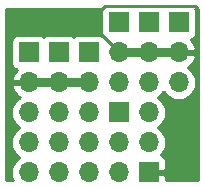
<source format=gbl>
G04 #@! TF.GenerationSoftware,KiCad,Pcbnew,(5.1.2)-1*
G04 #@! TF.CreationDate,2023-09-28T15:07:13+01:00*
G04 #@! TF.ProjectId,RPi_I2C_PWR_PCB00,5250695f-4932-4435-9f50-57525f504342,rev?*
G04 #@! TF.SameCoordinates,Original*
G04 #@! TF.FileFunction,Copper,L2,Bot*
G04 #@! TF.FilePolarity,Positive*
%FSLAX46Y46*%
G04 Gerber Fmt 4.6, Leading zero omitted, Abs format (unit mm)*
G04 Created by KiCad (PCBNEW (5.1.2)-1) date 2023-09-28 15:07:13*
%MOMM*%
%LPD*%
G04 APERTURE LIST*
%ADD10O,1.700000X1.700000*%
%ADD11R,1.700000X1.700000*%
%ADD12C,0.250000*%
%ADD13C,0.750000*%
%ADD14C,0.254000*%
G04 APERTURE END LIST*
D10*
X124587000Y-85979000D03*
X124587000Y-83439000D03*
X124587000Y-80899000D03*
X124587000Y-78359000D03*
D11*
X124587000Y-75819000D03*
X127127000Y-75819000D03*
D10*
X127127000Y-78359000D03*
X127127000Y-80899000D03*
X127127000Y-83439000D03*
X127127000Y-85979000D03*
X122047000Y-85979000D03*
X122047000Y-83439000D03*
X122047000Y-80899000D03*
X122047000Y-78359000D03*
D11*
X122047000Y-75819000D03*
X129667000Y-73279000D03*
D10*
X129667000Y-75819000D03*
X129667000Y-78359000D03*
X134747000Y-78359000D03*
X134747000Y-75819000D03*
D11*
X134747000Y-73279000D03*
X129667000Y-80899000D03*
D10*
X129667000Y-83439000D03*
X129667000Y-85979000D03*
X132207000Y-80899000D03*
X132207000Y-83439000D03*
D11*
X132207000Y-85979000D03*
X132207000Y-73279000D03*
D10*
X132207000Y-75819000D03*
X132207000Y-78359000D03*
D12*
X128143000Y-72263000D02*
X128554990Y-71851010D01*
X127762000Y-72263000D02*
X128143000Y-72263000D01*
X128554990Y-71851010D02*
X136113010Y-71851010D01*
X136113010Y-71851010D02*
X136271000Y-72009000D01*
D13*
X129667000Y-75819000D02*
X132207000Y-75819000D01*
X132207000Y-75819000D02*
X134747000Y-75819000D01*
X122047000Y-78359000D02*
X124587000Y-78359000D01*
X124587000Y-78359000D02*
X127127000Y-78359000D01*
D12*
X129667000Y-75819000D02*
X127635000Y-73787000D01*
D14*
G36*
X136373001Y-86589000D02*
G01*
X133693765Y-86589000D01*
X133692000Y-86264750D01*
X133533250Y-86106000D01*
X132334000Y-86106000D01*
X132334000Y-86126000D01*
X132080000Y-86126000D01*
X132080000Y-86106000D01*
X132060000Y-86106000D01*
X132060000Y-85852000D01*
X132080000Y-85852000D01*
X132080000Y-85832000D01*
X132334000Y-85832000D01*
X132334000Y-85852000D01*
X133533250Y-85852000D01*
X133692000Y-85693250D01*
X133695072Y-85129000D01*
X133682812Y-85004518D01*
X133646502Y-84884820D01*
X133587537Y-84774506D01*
X133508185Y-84677815D01*
X133411494Y-84598463D01*
X133301180Y-84539498D01*
X133232313Y-84518607D01*
X133262134Y-84494134D01*
X133447706Y-84268014D01*
X133585599Y-84010034D01*
X133670513Y-83730111D01*
X133699185Y-83439000D01*
X133670513Y-83147889D01*
X133585599Y-82867966D01*
X133447706Y-82609986D01*
X133262134Y-82383866D01*
X133036014Y-82198294D01*
X132981209Y-82169000D01*
X133036014Y-82139706D01*
X133262134Y-81954134D01*
X133447706Y-81728014D01*
X133585599Y-81470034D01*
X133670513Y-81190111D01*
X133699185Y-80899000D01*
X133670513Y-80607889D01*
X133585599Y-80327966D01*
X133447706Y-80069986D01*
X133262134Y-79843866D01*
X133036014Y-79658294D01*
X132981209Y-79629000D01*
X133036014Y-79599706D01*
X133262134Y-79414134D01*
X133447706Y-79188014D01*
X133477000Y-79133209D01*
X133506294Y-79188014D01*
X133691866Y-79414134D01*
X133917986Y-79599706D01*
X134175966Y-79737599D01*
X134455889Y-79822513D01*
X134674050Y-79844000D01*
X134819950Y-79844000D01*
X135038111Y-79822513D01*
X135318034Y-79737599D01*
X135576014Y-79599706D01*
X135802134Y-79414134D01*
X135987706Y-79188014D01*
X136125599Y-78930034D01*
X136210513Y-78650111D01*
X136239185Y-78359000D01*
X136210513Y-78067889D01*
X136125599Y-77787966D01*
X135987706Y-77529986D01*
X135802134Y-77303866D01*
X135576014Y-77118294D01*
X135511477Y-77083799D01*
X135628355Y-77014178D01*
X135844588Y-76819269D01*
X136018641Y-76585920D01*
X136143825Y-76323099D01*
X136188476Y-76175890D01*
X136067155Y-75946000D01*
X134874000Y-75946000D01*
X134874000Y-75966000D01*
X134620000Y-75966000D01*
X134620000Y-75946000D01*
X132334000Y-75946000D01*
X132334000Y-75966000D01*
X132080000Y-75966000D01*
X132080000Y-75946000D01*
X129794000Y-75946000D01*
X129794000Y-75966000D01*
X129540000Y-75966000D01*
X129540000Y-75946000D01*
X129520000Y-75946000D01*
X129520000Y-75692000D01*
X129540000Y-75692000D01*
X129540000Y-75672000D01*
X129794000Y-75672000D01*
X129794000Y-75692000D01*
X132080000Y-75692000D01*
X132080000Y-75672000D01*
X132334000Y-75672000D01*
X132334000Y-75692000D01*
X134620000Y-75692000D01*
X134620000Y-75672000D01*
X134874000Y-75672000D01*
X134874000Y-75692000D01*
X136067155Y-75692000D01*
X136188476Y-75462110D01*
X136143825Y-75314901D01*
X136018641Y-75052080D01*
X135844588Y-74818731D01*
X135760534Y-74742966D01*
X135841180Y-74718502D01*
X135951494Y-74659537D01*
X136048185Y-74580185D01*
X136127537Y-74483494D01*
X136186502Y-74373180D01*
X136222812Y-74253482D01*
X136235072Y-74129000D01*
X136235072Y-72429000D01*
X136222812Y-72304518D01*
X136186502Y-72184820D01*
X136173770Y-72161000D01*
X136373000Y-72161000D01*
X136373001Y-86589000D01*
X136373001Y-86589000D01*
G37*
X136373001Y-86589000D02*
X133693765Y-86589000D01*
X133692000Y-86264750D01*
X133533250Y-86106000D01*
X132334000Y-86106000D01*
X132334000Y-86126000D01*
X132080000Y-86126000D01*
X132080000Y-86106000D01*
X132060000Y-86106000D01*
X132060000Y-85852000D01*
X132080000Y-85852000D01*
X132080000Y-85832000D01*
X132334000Y-85832000D01*
X132334000Y-85852000D01*
X133533250Y-85852000D01*
X133692000Y-85693250D01*
X133695072Y-85129000D01*
X133682812Y-85004518D01*
X133646502Y-84884820D01*
X133587537Y-84774506D01*
X133508185Y-84677815D01*
X133411494Y-84598463D01*
X133301180Y-84539498D01*
X133232313Y-84518607D01*
X133262134Y-84494134D01*
X133447706Y-84268014D01*
X133585599Y-84010034D01*
X133670513Y-83730111D01*
X133699185Y-83439000D01*
X133670513Y-83147889D01*
X133585599Y-82867966D01*
X133447706Y-82609986D01*
X133262134Y-82383866D01*
X133036014Y-82198294D01*
X132981209Y-82169000D01*
X133036014Y-82139706D01*
X133262134Y-81954134D01*
X133447706Y-81728014D01*
X133585599Y-81470034D01*
X133670513Y-81190111D01*
X133699185Y-80899000D01*
X133670513Y-80607889D01*
X133585599Y-80327966D01*
X133447706Y-80069986D01*
X133262134Y-79843866D01*
X133036014Y-79658294D01*
X132981209Y-79629000D01*
X133036014Y-79599706D01*
X133262134Y-79414134D01*
X133447706Y-79188014D01*
X133477000Y-79133209D01*
X133506294Y-79188014D01*
X133691866Y-79414134D01*
X133917986Y-79599706D01*
X134175966Y-79737599D01*
X134455889Y-79822513D01*
X134674050Y-79844000D01*
X134819950Y-79844000D01*
X135038111Y-79822513D01*
X135318034Y-79737599D01*
X135576014Y-79599706D01*
X135802134Y-79414134D01*
X135987706Y-79188014D01*
X136125599Y-78930034D01*
X136210513Y-78650111D01*
X136239185Y-78359000D01*
X136210513Y-78067889D01*
X136125599Y-77787966D01*
X135987706Y-77529986D01*
X135802134Y-77303866D01*
X135576014Y-77118294D01*
X135511477Y-77083799D01*
X135628355Y-77014178D01*
X135844588Y-76819269D01*
X136018641Y-76585920D01*
X136143825Y-76323099D01*
X136188476Y-76175890D01*
X136067155Y-75946000D01*
X134874000Y-75946000D01*
X134874000Y-75966000D01*
X134620000Y-75966000D01*
X134620000Y-75946000D01*
X132334000Y-75946000D01*
X132334000Y-75966000D01*
X132080000Y-75966000D01*
X132080000Y-75946000D01*
X129794000Y-75946000D01*
X129794000Y-75966000D01*
X129540000Y-75966000D01*
X129540000Y-75946000D01*
X129520000Y-75946000D01*
X129520000Y-75692000D01*
X129540000Y-75692000D01*
X129540000Y-75672000D01*
X129794000Y-75672000D01*
X129794000Y-75692000D01*
X132080000Y-75692000D01*
X132080000Y-75672000D01*
X132334000Y-75672000D01*
X132334000Y-75692000D01*
X134620000Y-75692000D01*
X134620000Y-75672000D01*
X134874000Y-75672000D01*
X134874000Y-75692000D01*
X136067155Y-75692000D01*
X136188476Y-75462110D01*
X136143825Y-75314901D01*
X136018641Y-75052080D01*
X135844588Y-74818731D01*
X135760534Y-74742966D01*
X135841180Y-74718502D01*
X135951494Y-74659537D01*
X136048185Y-74580185D01*
X136127537Y-74483494D01*
X136186502Y-74373180D01*
X136222812Y-74253482D01*
X136235072Y-74129000D01*
X136235072Y-72429000D01*
X136222812Y-72304518D01*
X136186502Y-72184820D01*
X136173770Y-72161000D01*
X136373000Y-72161000D01*
X136373001Y-86589000D01*
G36*
X128227498Y-72184820D02*
G01*
X128191188Y-72304518D01*
X128178928Y-72429000D01*
X128178928Y-74129000D01*
X128191188Y-74253482D01*
X128227498Y-74373180D01*
X128234753Y-74386753D01*
X128221180Y-74379498D01*
X128101482Y-74343188D01*
X127977000Y-74330928D01*
X126277000Y-74330928D01*
X126152518Y-74343188D01*
X126032820Y-74379498D01*
X125922506Y-74438463D01*
X125857000Y-74492222D01*
X125791494Y-74438463D01*
X125681180Y-74379498D01*
X125561482Y-74343188D01*
X125437000Y-74330928D01*
X123737000Y-74330928D01*
X123612518Y-74343188D01*
X123492820Y-74379498D01*
X123382506Y-74438463D01*
X123317000Y-74492222D01*
X123251494Y-74438463D01*
X123141180Y-74379498D01*
X123021482Y-74343188D01*
X122897000Y-74330928D01*
X121197000Y-74330928D01*
X121072518Y-74343188D01*
X120952820Y-74379498D01*
X120842506Y-74438463D01*
X120745815Y-74517815D01*
X120666463Y-74614506D01*
X120607498Y-74724820D01*
X120571188Y-74844518D01*
X120558928Y-74969000D01*
X120558928Y-76669000D01*
X120571188Y-76793482D01*
X120607498Y-76913180D01*
X120666463Y-77023494D01*
X120745815Y-77120185D01*
X120842506Y-77199537D01*
X120952820Y-77258502D01*
X121033466Y-77282966D01*
X120949412Y-77358731D01*
X120775359Y-77592080D01*
X120650175Y-77854901D01*
X120605524Y-78002110D01*
X120726845Y-78232000D01*
X121920000Y-78232000D01*
X121920000Y-78212000D01*
X122174000Y-78212000D01*
X122174000Y-78232000D01*
X124460000Y-78232000D01*
X124460000Y-78212000D01*
X124714000Y-78212000D01*
X124714000Y-78232000D01*
X127000000Y-78232000D01*
X127000000Y-78212000D01*
X127254000Y-78212000D01*
X127254000Y-78232000D01*
X127274000Y-78232000D01*
X127274000Y-78486000D01*
X127254000Y-78486000D01*
X127254000Y-78506000D01*
X127000000Y-78506000D01*
X127000000Y-78486000D01*
X124714000Y-78486000D01*
X124714000Y-78506000D01*
X124460000Y-78506000D01*
X124460000Y-78486000D01*
X122174000Y-78486000D01*
X122174000Y-78506000D01*
X121920000Y-78506000D01*
X121920000Y-78486000D01*
X120726845Y-78486000D01*
X120605524Y-78715890D01*
X120650175Y-78863099D01*
X120775359Y-79125920D01*
X120949412Y-79359269D01*
X121165645Y-79554178D01*
X121282523Y-79623799D01*
X121217986Y-79658294D01*
X120991866Y-79843866D01*
X120806294Y-80069986D01*
X120668401Y-80327966D01*
X120583487Y-80607889D01*
X120554815Y-80899000D01*
X120583487Y-81190111D01*
X120668401Y-81470034D01*
X120806294Y-81728014D01*
X120991866Y-81954134D01*
X121217986Y-82139706D01*
X121272791Y-82169000D01*
X121217986Y-82198294D01*
X120991866Y-82383866D01*
X120806294Y-82609986D01*
X120668401Y-82867966D01*
X120583487Y-83147889D01*
X120554815Y-83439000D01*
X120583487Y-83730111D01*
X120668401Y-84010034D01*
X120806294Y-84268014D01*
X120991866Y-84494134D01*
X121217986Y-84679706D01*
X121272791Y-84709000D01*
X121217986Y-84738294D01*
X120991866Y-84923866D01*
X120806294Y-85149986D01*
X120668401Y-85407966D01*
X120583487Y-85687889D01*
X120554815Y-85979000D01*
X120583487Y-86270111D01*
X120668401Y-86550034D01*
X120689229Y-86589000D01*
X120167000Y-86589000D01*
X120167000Y-72161000D01*
X128240230Y-72161000D01*
X128227498Y-72184820D01*
X128227498Y-72184820D01*
G37*
X128227498Y-72184820D02*
X128191188Y-72304518D01*
X128178928Y-72429000D01*
X128178928Y-74129000D01*
X128191188Y-74253482D01*
X128227498Y-74373180D01*
X128234753Y-74386753D01*
X128221180Y-74379498D01*
X128101482Y-74343188D01*
X127977000Y-74330928D01*
X126277000Y-74330928D01*
X126152518Y-74343188D01*
X126032820Y-74379498D01*
X125922506Y-74438463D01*
X125857000Y-74492222D01*
X125791494Y-74438463D01*
X125681180Y-74379498D01*
X125561482Y-74343188D01*
X125437000Y-74330928D01*
X123737000Y-74330928D01*
X123612518Y-74343188D01*
X123492820Y-74379498D01*
X123382506Y-74438463D01*
X123317000Y-74492222D01*
X123251494Y-74438463D01*
X123141180Y-74379498D01*
X123021482Y-74343188D01*
X122897000Y-74330928D01*
X121197000Y-74330928D01*
X121072518Y-74343188D01*
X120952820Y-74379498D01*
X120842506Y-74438463D01*
X120745815Y-74517815D01*
X120666463Y-74614506D01*
X120607498Y-74724820D01*
X120571188Y-74844518D01*
X120558928Y-74969000D01*
X120558928Y-76669000D01*
X120571188Y-76793482D01*
X120607498Y-76913180D01*
X120666463Y-77023494D01*
X120745815Y-77120185D01*
X120842506Y-77199537D01*
X120952820Y-77258502D01*
X121033466Y-77282966D01*
X120949412Y-77358731D01*
X120775359Y-77592080D01*
X120650175Y-77854901D01*
X120605524Y-78002110D01*
X120726845Y-78232000D01*
X121920000Y-78232000D01*
X121920000Y-78212000D01*
X122174000Y-78212000D01*
X122174000Y-78232000D01*
X124460000Y-78232000D01*
X124460000Y-78212000D01*
X124714000Y-78212000D01*
X124714000Y-78232000D01*
X127000000Y-78232000D01*
X127000000Y-78212000D01*
X127254000Y-78212000D01*
X127254000Y-78232000D01*
X127274000Y-78232000D01*
X127274000Y-78486000D01*
X127254000Y-78486000D01*
X127254000Y-78506000D01*
X127000000Y-78506000D01*
X127000000Y-78486000D01*
X124714000Y-78486000D01*
X124714000Y-78506000D01*
X124460000Y-78506000D01*
X124460000Y-78486000D01*
X122174000Y-78486000D01*
X122174000Y-78506000D01*
X121920000Y-78506000D01*
X121920000Y-78486000D01*
X120726845Y-78486000D01*
X120605524Y-78715890D01*
X120650175Y-78863099D01*
X120775359Y-79125920D01*
X120949412Y-79359269D01*
X121165645Y-79554178D01*
X121282523Y-79623799D01*
X121217986Y-79658294D01*
X120991866Y-79843866D01*
X120806294Y-80069986D01*
X120668401Y-80327966D01*
X120583487Y-80607889D01*
X120554815Y-80899000D01*
X120583487Y-81190111D01*
X120668401Y-81470034D01*
X120806294Y-81728014D01*
X120991866Y-81954134D01*
X121217986Y-82139706D01*
X121272791Y-82169000D01*
X121217986Y-82198294D01*
X120991866Y-82383866D01*
X120806294Y-82609986D01*
X120668401Y-82867966D01*
X120583487Y-83147889D01*
X120554815Y-83439000D01*
X120583487Y-83730111D01*
X120668401Y-84010034D01*
X120806294Y-84268014D01*
X120991866Y-84494134D01*
X121217986Y-84679706D01*
X121272791Y-84709000D01*
X121217986Y-84738294D01*
X120991866Y-84923866D01*
X120806294Y-85149986D01*
X120668401Y-85407966D01*
X120583487Y-85687889D01*
X120554815Y-85979000D01*
X120583487Y-86270111D01*
X120668401Y-86550034D01*
X120689229Y-86589000D01*
X120167000Y-86589000D01*
X120167000Y-72161000D01*
X128240230Y-72161000D01*
X128227498Y-72184820D01*
M02*

</source>
